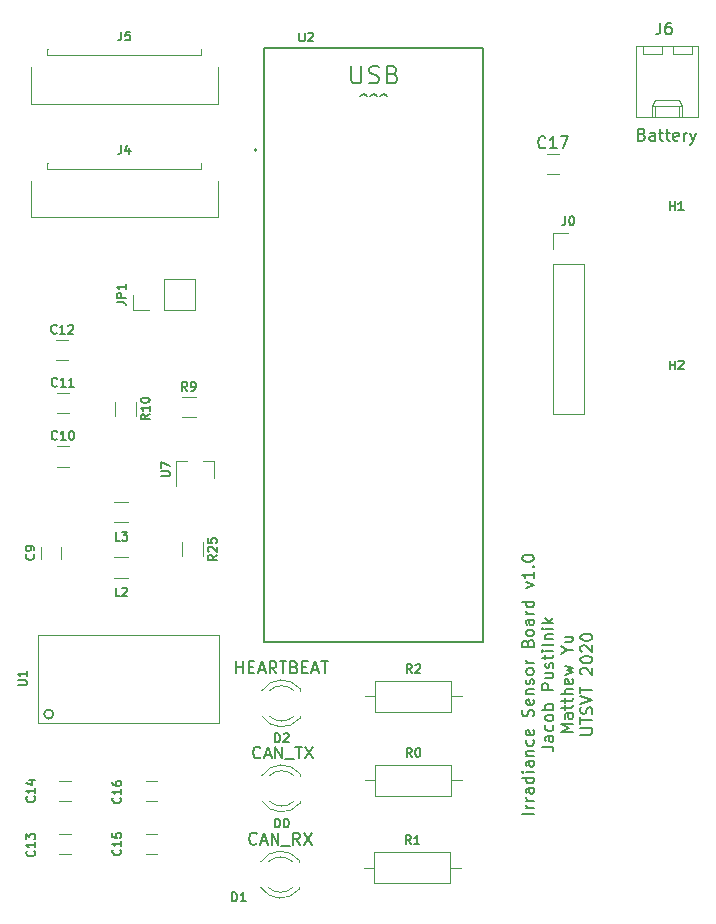
<source format=gbr>
%TF.GenerationSoftware,KiCad,Pcbnew,(5.1.6)-1*%
%TF.CreationDate,2021-01-17T16:19:00-06:00*%
%TF.ProjectId,irradiance1,69727261-6469-4616-9e63-65312e6b6963,rev?*%
%TF.SameCoordinates,Original*%
%TF.FileFunction,Legend,Top*%
%TF.FilePolarity,Positive*%
%FSLAX46Y46*%
G04 Gerber Fmt 4.6, Leading zero omitted, Abs format (unit mm)*
G04 Created by KiCad (PCBNEW (5.1.6)-1) date 2021-01-17 16:19:00*
%MOMM*%
%LPD*%
G01*
G04 APERTURE LIST*
%ADD10C,0.150000*%
%ADD11C,0.200000*%
%ADD12C,0.120000*%
%ADD13C,0.127000*%
%ADD14C,0.152400*%
G04 APERTURE END LIST*
D10*
X81128571Y-77428571D02*
X81271428Y-77476190D01*
X81319047Y-77523809D01*
X81366666Y-77619047D01*
X81366666Y-77761904D01*
X81319047Y-77857142D01*
X81271428Y-77904761D01*
X81176190Y-77952380D01*
X80795238Y-77952380D01*
X80795238Y-76952380D01*
X81128571Y-76952380D01*
X81223809Y-77000000D01*
X81271428Y-77047619D01*
X81319047Y-77142857D01*
X81319047Y-77238095D01*
X81271428Y-77333333D01*
X81223809Y-77380952D01*
X81128571Y-77428571D01*
X80795238Y-77428571D01*
X82223809Y-77952380D02*
X82223809Y-77428571D01*
X82176190Y-77333333D01*
X82080952Y-77285714D01*
X81890476Y-77285714D01*
X81795238Y-77333333D01*
X82223809Y-77904761D02*
X82128571Y-77952380D01*
X81890476Y-77952380D01*
X81795238Y-77904761D01*
X81747619Y-77809523D01*
X81747619Y-77714285D01*
X81795238Y-77619047D01*
X81890476Y-77571428D01*
X82128571Y-77571428D01*
X82223809Y-77523809D01*
X82557142Y-77285714D02*
X82938095Y-77285714D01*
X82700000Y-76952380D02*
X82700000Y-77809523D01*
X82747619Y-77904761D01*
X82842857Y-77952380D01*
X82938095Y-77952380D01*
X83128571Y-77285714D02*
X83509523Y-77285714D01*
X83271428Y-76952380D02*
X83271428Y-77809523D01*
X83319047Y-77904761D01*
X83414285Y-77952380D01*
X83509523Y-77952380D01*
X84223809Y-77904761D02*
X84128571Y-77952380D01*
X83938095Y-77952380D01*
X83842857Y-77904761D01*
X83795238Y-77809523D01*
X83795238Y-77428571D01*
X83842857Y-77333333D01*
X83938095Y-77285714D01*
X84128571Y-77285714D01*
X84223809Y-77333333D01*
X84271428Y-77428571D01*
X84271428Y-77523809D01*
X83795238Y-77619047D01*
X84700000Y-77952380D02*
X84700000Y-77285714D01*
X84700000Y-77476190D02*
X84747619Y-77380952D01*
X84795238Y-77333333D01*
X84890476Y-77285714D01*
X84985714Y-77285714D01*
X85223809Y-77285714D02*
X85461904Y-77952380D01*
X85700000Y-77285714D02*
X85461904Y-77952380D01*
X85366666Y-78190476D01*
X85319047Y-78238095D01*
X85223809Y-78285714D01*
X46790476Y-123052380D02*
X46790476Y-122052380D01*
X46790476Y-122528571D02*
X47361904Y-122528571D01*
X47361904Y-123052380D02*
X47361904Y-122052380D01*
X47838095Y-122528571D02*
X48171428Y-122528571D01*
X48314285Y-123052380D02*
X47838095Y-123052380D01*
X47838095Y-122052380D01*
X48314285Y-122052380D01*
X48695238Y-122766666D02*
X49171428Y-122766666D01*
X48600000Y-123052380D02*
X48933333Y-122052380D01*
X49266666Y-123052380D01*
X50171428Y-123052380D02*
X49838095Y-122576190D01*
X49600000Y-123052380D02*
X49600000Y-122052380D01*
X49980952Y-122052380D01*
X50076190Y-122100000D01*
X50123809Y-122147619D01*
X50171428Y-122242857D01*
X50171428Y-122385714D01*
X50123809Y-122480952D01*
X50076190Y-122528571D01*
X49980952Y-122576190D01*
X49600000Y-122576190D01*
X50457142Y-122052380D02*
X51028571Y-122052380D01*
X50742857Y-123052380D02*
X50742857Y-122052380D01*
X51695238Y-122528571D02*
X51838095Y-122576190D01*
X51885714Y-122623809D01*
X51933333Y-122719047D01*
X51933333Y-122861904D01*
X51885714Y-122957142D01*
X51838095Y-123004761D01*
X51742857Y-123052380D01*
X51361904Y-123052380D01*
X51361904Y-122052380D01*
X51695238Y-122052380D01*
X51790476Y-122100000D01*
X51838095Y-122147619D01*
X51885714Y-122242857D01*
X51885714Y-122338095D01*
X51838095Y-122433333D01*
X51790476Y-122480952D01*
X51695238Y-122528571D01*
X51361904Y-122528571D01*
X52361904Y-122528571D02*
X52695238Y-122528571D01*
X52838095Y-123052380D02*
X52361904Y-123052380D01*
X52361904Y-122052380D01*
X52838095Y-122052380D01*
X53219047Y-122766666D02*
X53695238Y-122766666D01*
X53123809Y-123052380D02*
X53457142Y-122052380D01*
X53790476Y-123052380D01*
X53980952Y-122052380D02*
X54552380Y-122052380D01*
X54266666Y-123052380D02*
X54266666Y-122052380D01*
X48819047Y-130157142D02*
X48771428Y-130204761D01*
X48628571Y-130252380D01*
X48533333Y-130252380D01*
X48390476Y-130204761D01*
X48295238Y-130109523D01*
X48247619Y-130014285D01*
X48200000Y-129823809D01*
X48200000Y-129680952D01*
X48247619Y-129490476D01*
X48295238Y-129395238D01*
X48390476Y-129300000D01*
X48533333Y-129252380D01*
X48628571Y-129252380D01*
X48771428Y-129300000D01*
X48819047Y-129347619D01*
X49200000Y-129966666D02*
X49676190Y-129966666D01*
X49104761Y-130252380D02*
X49438095Y-129252380D01*
X49771428Y-130252380D01*
X50104761Y-130252380D02*
X50104761Y-129252380D01*
X50676190Y-130252380D01*
X50676190Y-129252380D01*
X50914285Y-130347619D02*
X51676190Y-130347619D01*
X51771428Y-129252380D02*
X52342857Y-129252380D01*
X52057142Y-130252380D02*
X52057142Y-129252380D01*
X52580952Y-129252380D02*
X53247619Y-130252380D01*
X53247619Y-129252380D02*
X52580952Y-130252380D01*
X48500000Y-137457142D02*
X48452380Y-137504761D01*
X48309523Y-137552380D01*
X48214285Y-137552380D01*
X48071428Y-137504761D01*
X47976190Y-137409523D01*
X47928571Y-137314285D01*
X47880952Y-137123809D01*
X47880952Y-136980952D01*
X47928571Y-136790476D01*
X47976190Y-136695238D01*
X48071428Y-136600000D01*
X48214285Y-136552380D01*
X48309523Y-136552380D01*
X48452380Y-136600000D01*
X48500000Y-136647619D01*
X48880952Y-137266666D02*
X49357142Y-137266666D01*
X48785714Y-137552380D02*
X49119047Y-136552380D01*
X49452380Y-137552380D01*
X49785714Y-137552380D02*
X49785714Y-136552380D01*
X50357142Y-137552380D01*
X50357142Y-136552380D01*
X50595238Y-137647619D02*
X51357142Y-137647619D01*
X52166666Y-137552380D02*
X51833333Y-137076190D01*
X51595238Y-137552380D02*
X51595238Y-136552380D01*
X51976190Y-136552380D01*
X52071428Y-136600000D01*
X52119047Y-136647619D01*
X52166666Y-136742857D01*
X52166666Y-136885714D01*
X52119047Y-136980952D01*
X52071428Y-137028571D01*
X51976190Y-137076190D01*
X51595238Y-137076190D01*
X52500000Y-136552380D02*
X53166666Y-137552380D01*
X53166666Y-136552380D02*
X52500000Y-137552380D01*
X71977380Y-134928571D02*
X70977380Y-134928571D01*
X71977380Y-134452380D02*
X71310714Y-134452380D01*
X71501190Y-134452380D02*
X71405952Y-134404761D01*
X71358333Y-134357142D01*
X71310714Y-134261904D01*
X71310714Y-134166666D01*
X71977380Y-133833333D02*
X71310714Y-133833333D01*
X71501190Y-133833333D02*
X71405952Y-133785714D01*
X71358333Y-133738095D01*
X71310714Y-133642857D01*
X71310714Y-133547619D01*
X71977380Y-132785714D02*
X71453571Y-132785714D01*
X71358333Y-132833333D01*
X71310714Y-132928571D01*
X71310714Y-133119047D01*
X71358333Y-133214285D01*
X71929761Y-132785714D02*
X71977380Y-132880952D01*
X71977380Y-133119047D01*
X71929761Y-133214285D01*
X71834523Y-133261904D01*
X71739285Y-133261904D01*
X71644047Y-133214285D01*
X71596428Y-133119047D01*
X71596428Y-132880952D01*
X71548809Y-132785714D01*
X71977380Y-131880952D02*
X70977380Y-131880952D01*
X71929761Y-131880952D02*
X71977380Y-131976190D01*
X71977380Y-132166666D01*
X71929761Y-132261904D01*
X71882142Y-132309523D01*
X71786904Y-132357142D01*
X71501190Y-132357142D01*
X71405952Y-132309523D01*
X71358333Y-132261904D01*
X71310714Y-132166666D01*
X71310714Y-131976190D01*
X71358333Y-131880952D01*
X71977380Y-131404761D02*
X71310714Y-131404761D01*
X70977380Y-131404761D02*
X71025000Y-131452380D01*
X71072619Y-131404761D01*
X71025000Y-131357142D01*
X70977380Y-131404761D01*
X71072619Y-131404761D01*
X71977380Y-130500000D02*
X71453571Y-130500000D01*
X71358333Y-130547619D01*
X71310714Y-130642857D01*
X71310714Y-130833333D01*
X71358333Y-130928571D01*
X71929761Y-130500000D02*
X71977380Y-130595238D01*
X71977380Y-130833333D01*
X71929761Y-130928571D01*
X71834523Y-130976190D01*
X71739285Y-130976190D01*
X71644047Y-130928571D01*
X71596428Y-130833333D01*
X71596428Y-130595238D01*
X71548809Y-130500000D01*
X71310714Y-130023809D02*
X71977380Y-130023809D01*
X71405952Y-130023809D02*
X71358333Y-129976190D01*
X71310714Y-129880952D01*
X71310714Y-129738095D01*
X71358333Y-129642857D01*
X71453571Y-129595238D01*
X71977380Y-129595238D01*
X71929761Y-128690476D02*
X71977380Y-128785714D01*
X71977380Y-128976190D01*
X71929761Y-129071428D01*
X71882142Y-129119047D01*
X71786904Y-129166666D01*
X71501190Y-129166666D01*
X71405952Y-129119047D01*
X71358333Y-129071428D01*
X71310714Y-128976190D01*
X71310714Y-128785714D01*
X71358333Y-128690476D01*
X71929761Y-127880952D02*
X71977380Y-127976190D01*
X71977380Y-128166666D01*
X71929761Y-128261904D01*
X71834523Y-128309523D01*
X71453571Y-128309523D01*
X71358333Y-128261904D01*
X71310714Y-128166666D01*
X71310714Y-127976190D01*
X71358333Y-127880952D01*
X71453571Y-127833333D01*
X71548809Y-127833333D01*
X71644047Y-128309523D01*
X71929761Y-126690476D02*
X71977380Y-126547619D01*
X71977380Y-126309523D01*
X71929761Y-126214285D01*
X71882142Y-126166666D01*
X71786904Y-126119047D01*
X71691666Y-126119047D01*
X71596428Y-126166666D01*
X71548809Y-126214285D01*
X71501190Y-126309523D01*
X71453571Y-126500000D01*
X71405952Y-126595238D01*
X71358333Y-126642857D01*
X71263095Y-126690476D01*
X71167857Y-126690476D01*
X71072619Y-126642857D01*
X71025000Y-126595238D01*
X70977380Y-126500000D01*
X70977380Y-126261904D01*
X71025000Y-126119047D01*
X71929761Y-125309523D02*
X71977380Y-125404761D01*
X71977380Y-125595238D01*
X71929761Y-125690476D01*
X71834523Y-125738095D01*
X71453571Y-125738095D01*
X71358333Y-125690476D01*
X71310714Y-125595238D01*
X71310714Y-125404761D01*
X71358333Y-125309523D01*
X71453571Y-125261904D01*
X71548809Y-125261904D01*
X71644047Y-125738095D01*
X71310714Y-124833333D02*
X71977380Y-124833333D01*
X71405952Y-124833333D02*
X71358333Y-124785714D01*
X71310714Y-124690476D01*
X71310714Y-124547619D01*
X71358333Y-124452380D01*
X71453571Y-124404761D01*
X71977380Y-124404761D01*
X71929761Y-123976190D02*
X71977380Y-123880952D01*
X71977380Y-123690476D01*
X71929761Y-123595238D01*
X71834523Y-123547619D01*
X71786904Y-123547619D01*
X71691666Y-123595238D01*
X71644047Y-123690476D01*
X71644047Y-123833333D01*
X71596428Y-123928571D01*
X71501190Y-123976190D01*
X71453571Y-123976190D01*
X71358333Y-123928571D01*
X71310714Y-123833333D01*
X71310714Y-123690476D01*
X71358333Y-123595238D01*
X71977380Y-122976190D02*
X71929761Y-123071428D01*
X71882142Y-123119047D01*
X71786904Y-123166666D01*
X71501190Y-123166666D01*
X71405952Y-123119047D01*
X71358333Y-123071428D01*
X71310714Y-122976190D01*
X71310714Y-122833333D01*
X71358333Y-122738095D01*
X71405952Y-122690476D01*
X71501190Y-122642857D01*
X71786904Y-122642857D01*
X71882142Y-122690476D01*
X71929761Y-122738095D01*
X71977380Y-122833333D01*
X71977380Y-122976190D01*
X71977380Y-122214285D02*
X71310714Y-122214285D01*
X71501190Y-122214285D02*
X71405952Y-122166666D01*
X71358333Y-122119047D01*
X71310714Y-122023809D01*
X71310714Y-121928571D01*
X71453571Y-120500000D02*
X71501190Y-120357142D01*
X71548809Y-120309523D01*
X71644047Y-120261904D01*
X71786904Y-120261904D01*
X71882142Y-120309523D01*
X71929761Y-120357142D01*
X71977380Y-120452380D01*
X71977380Y-120833333D01*
X70977380Y-120833333D01*
X70977380Y-120500000D01*
X71025000Y-120404761D01*
X71072619Y-120357142D01*
X71167857Y-120309523D01*
X71263095Y-120309523D01*
X71358333Y-120357142D01*
X71405952Y-120404761D01*
X71453571Y-120500000D01*
X71453571Y-120833333D01*
X71977380Y-119690476D02*
X71929761Y-119785714D01*
X71882142Y-119833333D01*
X71786904Y-119880952D01*
X71501190Y-119880952D01*
X71405952Y-119833333D01*
X71358333Y-119785714D01*
X71310714Y-119690476D01*
X71310714Y-119547619D01*
X71358333Y-119452380D01*
X71405952Y-119404761D01*
X71501190Y-119357142D01*
X71786904Y-119357142D01*
X71882142Y-119404761D01*
X71929761Y-119452380D01*
X71977380Y-119547619D01*
X71977380Y-119690476D01*
X71977380Y-118500000D02*
X71453571Y-118500000D01*
X71358333Y-118547619D01*
X71310714Y-118642857D01*
X71310714Y-118833333D01*
X71358333Y-118928571D01*
X71929761Y-118500000D02*
X71977380Y-118595238D01*
X71977380Y-118833333D01*
X71929761Y-118928571D01*
X71834523Y-118976190D01*
X71739285Y-118976190D01*
X71644047Y-118928571D01*
X71596428Y-118833333D01*
X71596428Y-118595238D01*
X71548809Y-118500000D01*
X71977380Y-118023809D02*
X71310714Y-118023809D01*
X71501190Y-118023809D02*
X71405952Y-117976190D01*
X71358333Y-117928571D01*
X71310714Y-117833333D01*
X71310714Y-117738095D01*
X71977380Y-116976190D02*
X70977380Y-116976190D01*
X71929761Y-116976190D02*
X71977380Y-117071428D01*
X71977380Y-117261904D01*
X71929761Y-117357142D01*
X71882142Y-117404761D01*
X71786904Y-117452380D01*
X71501190Y-117452380D01*
X71405952Y-117404761D01*
X71358333Y-117357142D01*
X71310714Y-117261904D01*
X71310714Y-117071428D01*
X71358333Y-116976190D01*
X71310714Y-115833333D02*
X71977380Y-115595238D01*
X71310714Y-115357142D01*
X71977380Y-114452380D02*
X71977380Y-115023809D01*
X71977380Y-114738095D02*
X70977380Y-114738095D01*
X71120238Y-114833333D01*
X71215476Y-114928571D01*
X71263095Y-115023809D01*
X71882142Y-114023809D02*
X71929761Y-113976190D01*
X71977380Y-114023809D01*
X71929761Y-114071428D01*
X71882142Y-114023809D01*
X71977380Y-114023809D01*
X70977380Y-113357142D02*
X70977380Y-113261904D01*
X71025000Y-113166666D01*
X71072619Y-113119047D01*
X71167857Y-113071428D01*
X71358333Y-113023809D01*
X71596428Y-113023809D01*
X71786904Y-113071428D01*
X71882142Y-113119047D01*
X71929761Y-113166666D01*
X71977380Y-113261904D01*
X71977380Y-113357142D01*
X71929761Y-113452380D01*
X71882142Y-113500000D01*
X71786904Y-113547619D01*
X71596428Y-113595238D01*
X71358333Y-113595238D01*
X71167857Y-113547619D01*
X71072619Y-113500000D01*
X71025000Y-113452380D01*
X70977380Y-113357142D01*
X72627380Y-129261904D02*
X73341666Y-129261904D01*
X73484523Y-129309523D01*
X73579761Y-129404761D01*
X73627380Y-129547619D01*
X73627380Y-129642857D01*
X73627380Y-128357142D02*
X73103571Y-128357142D01*
X73008333Y-128404761D01*
X72960714Y-128500000D01*
X72960714Y-128690476D01*
X73008333Y-128785714D01*
X73579761Y-128357142D02*
X73627380Y-128452380D01*
X73627380Y-128690476D01*
X73579761Y-128785714D01*
X73484523Y-128833333D01*
X73389285Y-128833333D01*
X73294047Y-128785714D01*
X73246428Y-128690476D01*
X73246428Y-128452380D01*
X73198809Y-128357142D01*
X73579761Y-127452380D02*
X73627380Y-127547619D01*
X73627380Y-127738095D01*
X73579761Y-127833333D01*
X73532142Y-127880952D01*
X73436904Y-127928571D01*
X73151190Y-127928571D01*
X73055952Y-127880952D01*
X73008333Y-127833333D01*
X72960714Y-127738095D01*
X72960714Y-127547619D01*
X73008333Y-127452380D01*
X73627380Y-126880952D02*
X73579761Y-126976190D01*
X73532142Y-127023809D01*
X73436904Y-127071428D01*
X73151190Y-127071428D01*
X73055952Y-127023809D01*
X73008333Y-126976190D01*
X72960714Y-126880952D01*
X72960714Y-126738095D01*
X73008333Y-126642857D01*
X73055952Y-126595238D01*
X73151190Y-126547619D01*
X73436904Y-126547619D01*
X73532142Y-126595238D01*
X73579761Y-126642857D01*
X73627380Y-126738095D01*
X73627380Y-126880952D01*
X73627380Y-126119047D02*
X72627380Y-126119047D01*
X73008333Y-126119047D02*
X72960714Y-126023809D01*
X72960714Y-125833333D01*
X73008333Y-125738095D01*
X73055952Y-125690476D01*
X73151190Y-125642857D01*
X73436904Y-125642857D01*
X73532142Y-125690476D01*
X73579761Y-125738095D01*
X73627380Y-125833333D01*
X73627380Y-126023809D01*
X73579761Y-126119047D01*
X73627380Y-124452380D02*
X72627380Y-124452380D01*
X72627380Y-124071428D01*
X72675000Y-123976190D01*
X72722619Y-123928571D01*
X72817857Y-123880952D01*
X72960714Y-123880952D01*
X73055952Y-123928571D01*
X73103571Y-123976190D01*
X73151190Y-124071428D01*
X73151190Y-124452380D01*
X72960714Y-123023809D02*
X73627380Y-123023809D01*
X72960714Y-123452380D02*
X73484523Y-123452380D01*
X73579761Y-123404761D01*
X73627380Y-123309523D01*
X73627380Y-123166666D01*
X73579761Y-123071428D01*
X73532142Y-123023809D01*
X73579761Y-122595238D02*
X73627380Y-122500000D01*
X73627380Y-122309523D01*
X73579761Y-122214285D01*
X73484523Y-122166666D01*
X73436904Y-122166666D01*
X73341666Y-122214285D01*
X73294047Y-122309523D01*
X73294047Y-122452380D01*
X73246428Y-122547619D01*
X73151190Y-122595238D01*
X73103571Y-122595238D01*
X73008333Y-122547619D01*
X72960714Y-122452380D01*
X72960714Y-122309523D01*
X73008333Y-122214285D01*
X72960714Y-121880952D02*
X72960714Y-121500000D01*
X72627380Y-121738095D02*
X73484523Y-121738095D01*
X73579761Y-121690476D01*
X73627380Y-121595238D01*
X73627380Y-121500000D01*
X73627380Y-121166666D02*
X72960714Y-121166666D01*
X72627380Y-121166666D02*
X72675000Y-121214285D01*
X72722619Y-121166666D01*
X72675000Y-121119047D01*
X72627380Y-121166666D01*
X72722619Y-121166666D01*
X73627380Y-120547619D02*
X73579761Y-120642857D01*
X73484523Y-120690476D01*
X72627380Y-120690476D01*
X72960714Y-120166666D02*
X73627380Y-120166666D01*
X73055952Y-120166666D02*
X73008333Y-120119047D01*
X72960714Y-120023809D01*
X72960714Y-119880952D01*
X73008333Y-119785714D01*
X73103571Y-119738095D01*
X73627380Y-119738095D01*
X73627380Y-119261904D02*
X72960714Y-119261904D01*
X72627380Y-119261904D02*
X72675000Y-119309523D01*
X72722619Y-119261904D01*
X72675000Y-119214285D01*
X72627380Y-119261904D01*
X72722619Y-119261904D01*
X73627380Y-118785714D02*
X72627380Y-118785714D01*
X73246428Y-118690476D02*
X73627380Y-118404761D01*
X72960714Y-118404761D02*
X73341666Y-118785714D01*
X75277380Y-128023809D02*
X74277380Y-128023809D01*
X74991666Y-127690476D01*
X74277380Y-127357142D01*
X75277380Y-127357142D01*
X75277380Y-126452380D02*
X74753571Y-126452380D01*
X74658333Y-126500000D01*
X74610714Y-126595238D01*
X74610714Y-126785714D01*
X74658333Y-126880952D01*
X75229761Y-126452380D02*
X75277380Y-126547619D01*
X75277380Y-126785714D01*
X75229761Y-126880952D01*
X75134523Y-126928571D01*
X75039285Y-126928571D01*
X74944047Y-126880952D01*
X74896428Y-126785714D01*
X74896428Y-126547619D01*
X74848809Y-126452380D01*
X74610714Y-126119047D02*
X74610714Y-125738095D01*
X74277380Y-125976190D02*
X75134523Y-125976190D01*
X75229761Y-125928571D01*
X75277380Y-125833333D01*
X75277380Y-125738095D01*
X74610714Y-125547619D02*
X74610714Y-125166666D01*
X74277380Y-125404761D02*
X75134523Y-125404761D01*
X75229761Y-125357142D01*
X75277380Y-125261904D01*
X75277380Y-125166666D01*
X75277380Y-124833333D02*
X74277380Y-124833333D01*
X75277380Y-124404761D02*
X74753571Y-124404761D01*
X74658333Y-124452380D01*
X74610714Y-124547619D01*
X74610714Y-124690476D01*
X74658333Y-124785714D01*
X74705952Y-124833333D01*
X75229761Y-123547619D02*
X75277380Y-123642857D01*
X75277380Y-123833333D01*
X75229761Y-123928571D01*
X75134523Y-123976190D01*
X74753571Y-123976190D01*
X74658333Y-123928571D01*
X74610714Y-123833333D01*
X74610714Y-123642857D01*
X74658333Y-123547619D01*
X74753571Y-123500000D01*
X74848809Y-123500000D01*
X74944047Y-123976190D01*
X74610714Y-123166666D02*
X75277380Y-122976190D01*
X74801190Y-122785714D01*
X75277380Y-122595238D01*
X74610714Y-122404761D01*
X74801190Y-121071428D02*
X75277380Y-121071428D01*
X74277380Y-121404761D02*
X74801190Y-121071428D01*
X74277380Y-120738095D01*
X74610714Y-119976190D02*
X75277380Y-119976190D01*
X74610714Y-120404761D02*
X75134523Y-120404761D01*
X75229761Y-120357142D01*
X75277380Y-120261904D01*
X75277380Y-120119047D01*
X75229761Y-120023809D01*
X75182142Y-119976190D01*
X75927380Y-128238095D02*
X76736904Y-128238095D01*
X76832142Y-128190476D01*
X76879761Y-128142857D01*
X76927380Y-128047619D01*
X76927380Y-127857142D01*
X76879761Y-127761904D01*
X76832142Y-127714285D01*
X76736904Y-127666666D01*
X75927380Y-127666666D01*
X75927380Y-127333333D02*
X75927380Y-126761904D01*
X76927380Y-127047619D02*
X75927380Y-127047619D01*
X76879761Y-126476190D02*
X76927380Y-126333333D01*
X76927380Y-126095238D01*
X76879761Y-126000000D01*
X76832142Y-125952380D01*
X76736904Y-125904761D01*
X76641666Y-125904761D01*
X76546428Y-125952380D01*
X76498809Y-126000000D01*
X76451190Y-126095238D01*
X76403571Y-126285714D01*
X76355952Y-126380952D01*
X76308333Y-126428571D01*
X76213095Y-126476190D01*
X76117857Y-126476190D01*
X76022619Y-126428571D01*
X75975000Y-126380952D01*
X75927380Y-126285714D01*
X75927380Y-126047619D01*
X75975000Y-125904761D01*
X75927380Y-125619047D02*
X76927380Y-125285714D01*
X75927380Y-124952380D01*
X75927380Y-124761904D02*
X75927380Y-124190476D01*
X76927380Y-124476190D02*
X75927380Y-124476190D01*
X76022619Y-123142857D02*
X75975000Y-123095238D01*
X75927380Y-123000000D01*
X75927380Y-122761904D01*
X75975000Y-122666666D01*
X76022619Y-122619047D01*
X76117857Y-122571428D01*
X76213095Y-122571428D01*
X76355952Y-122619047D01*
X76927380Y-123190476D01*
X76927380Y-122571428D01*
X75927380Y-121952380D02*
X75927380Y-121857142D01*
X75975000Y-121761904D01*
X76022619Y-121714285D01*
X76117857Y-121666666D01*
X76308333Y-121619047D01*
X76546428Y-121619047D01*
X76736904Y-121666666D01*
X76832142Y-121714285D01*
X76879761Y-121761904D01*
X76927380Y-121857142D01*
X76927380Y-121952380D01*
X76879761Y-122047619D01*
X76832142Y-122095238D01*
X76736904Y-122142857D01*
X76546428Y-122190476D01*
X76308333Y-122190476D01*
X76117857Y-122142857D01*
X76022619Y-122095238D01*
X75975000Y-122047619D01*
X75927380Y-121952380D01*
X76022619Y-121238095D02*
X75975000Y-121190476D01*
X75927380Y-121095238D01*
X75927380Y-120857142D01*
X75975000Y-120761904D01*
X76022619Y-120714285D01*
X76117857Y-120666666D01*
X76213095Y-120666666D01*
X76355952Y-120714285D01*
X76927380Y-121285714D01*
X76927380Y-120666666D01*
X75927380Y-120047619D02*
X75927380Y-119952380D01*
X75975000Y-119857142D01*
X76022619Y-119809523D01*
X76117857Y-119761904D01*
X76308333Y-119714285D01*
X76546428Y-119714285D01*
X76736904Y-119761904D01*
X76832142Y-119809523D01*
X76879761Y-119857142D01*
X76927380Y-119952380D01*
X76927380Y-120047619D01*
X76879761Y-120142857D01*
X76832142Y-120190476D01*
X76736904Y-120238095D01*
X76546428Y-120285714D01*
X76308333Y-120285714D01*
X76117857Y-120238095D01*
X76022619Y-120190476D01*
X75975000Y-120142857D01*
X75927380Y-120047619D01*
D11*
X56527142Y-71613571D02*
X56527142Y-72827857D01*
X56598571Y-72970714D01*
X56670000Y-73042142D01*
X56812857Y-73113571D01*
X57098571Y-73113571D01*
X57241428Y-73042142D01*
X57312857Y-72970714D01*
X57384285Y-72827857D01*
X57384285Y-71613571D01*
X58027142Y-73042142D02*
X58241428Y-73113571D01*
X58598571Y-73113571D01*
X58741428Y-73042142D01*
X58812857Y-72970714D01*
X58884285Y-72827857D01*
X58884285Y-72685000D01*
X58812857Y-72542142D01*
X58741428Y-72470714D01*
X58598571Y-72399285D01*
X58312857Y-72327857D01*
X58170000Y-72256428D01*
X58098571Y-72185000D01*
X58027142Y-72042142D01*
X58027142Y-71899285D01*
X58098571Y-71756428D01*
X58170000Y-71685000D01*
X58312857Y-71613571D01*
X58670000Y-71613571D01*
X58884285Y-71685000D01*
X60027142Y-72327857D02*
X60241428Y-72399285D01*
X60312857Y-72470714D01*
X60384285Y-72613571D01*
X60384285Y-72827857D01*
X60312857Y-72970714D01*
X60241428Y-73042142D01*
X60098571Y-73113571D01*
X59527142Y-73113571D01*
X59527142Y-71613571D01*
X60027142Y-71613571D01*
X60170000Y-71685000D01*
X60241428Y-71756428D01*
X60312857Y-71899285D01*
X60312857Y-72042142D01*
X60241428Y-72185000D01*
X60170000Y-72256428D01*
X60027142Y-72327857D01*
X59527142Y-72327857D01*
X57277142Y-74206428D02*
X57562857Y-73992142D01*
X57848571Y-74206428D01*
X58134285Y-74206428D02*
X58420000Y-73992142D01*
X58705714Y-74206428D01*
X58991428Y-74206428D02*
X59277142Y-73992142D01*
X59562857Y-74206428D01*
D12*
%TO.C,C17*%
X74100000Y-79050000D02*
X73100000Y-79050000D01*
X73100000Y-80750000D02*
X74100000Y-80750000D01*
%TO.C,J6*%
X85340000Y-70600000D02*
X85340000Y-69980000D01*
X83740000Y-70600000D02*
X85340000Y-70600000D01*
X83740000Y-69980000D02*
X83740000Y-70600000D01*
X82800000Y-70600000D02*
X82800000Y-69980000D01*
X81200000Y-70600000D02*
X82800000Y-70600000D01*
X81200000Y-69980000D02*
X81200000Y-70600000D01*
X84290000Y-75980000D02*
X84290000Y-74980000D01*
X82250000Y-75980000D02*
X82250000Y-74980000D01*
X84290000Y-74550000D02*
X84540000Y-74980000D01*
X82250000Y-74550000D02*
X84290000Y-74550000D01*
X82000000Y-74980000D02*
X82250000Y-74550000D01*
X84540000Y-74980000D02*
X84540000Y-75980000D01*
X82000000Y-74980000D02*
X84540000Y-74980000D01*
X82000000Y-75980000D02*
X82000000Y-74980000D01*
X85910000Y-69980000D02*
X80630000Y-69980000D01*
X85910000Y-75980000D02*
X85910000Y-69980000D01*
X80630000Y-75980000D02*
X85910000Y-75980000D01*
X80630000Y-69980000D02*
X80630000Y-75980000D01*
%TO.C,JP1*%
X43270000Y-92330000D02*
X43270000Y-89670000D01*
X40670000Y-92330000D02*
X43270000Y-92330000D01*
X40670000Y-89670000D02*
X43270000Y-89670000D01*
X40670000Y-92330000D02*
X40670000Y-89670000D01*
X39400000Y-92330000D02*
X38070000Y-92330000D01*
X38070000Y-92330000D02*
X38070000Y-91000000D01*
%TO.C,J0*%
X73570000Y-101130000D02*
X76230000Y-101130000D01*
X73570000Y-88370000D02*
X73570000Y-101130000D01*
X76230000Y-88370000D02*
X76230000Y-101130000D01*
X73570000Y-88370000D02*
X76230000Y-88370000D01*
X73570000Y-87100000D02*
X73570000Y-85770000D01*
X73570000Y-85770000D02*
X74900000Y-85770000D01*
D11*
%TO.C,U2*%
X48520000Y-78750000D02*
G75*
G03*
X48520000Y-78750000I-100000J0D01*
G01*
D13*
X67690000Y-120395000D02*
X49150000Y-120395000D01*
X67690000Y-70105000D02*
X67690000Y-120395000D01*
X49150000Y-120395000D02*
X49150000Y-70105000D01*
X49150000Y-70105000D02*
X67690000Y-70105000D01*
D12*
%TO.C,U7*%
X44880000Y-105040000D02*
X44880000Y-106500000D01*
X41720000Y-105040000D02*
X41720000Y-107200000D01*
X41720000Y-105040000D02*
X42650000Y-105040000D01*
X44880000Y-105040000D02*
X43950000Y-105040000D01*
%TO.C,U1*%
X45300000Y-127300000D02*
X30000000Y-127300000D01*
X30000000Y-119800000D02*
X45300000Y-119800000D01*
X45300000Y-127300000D02*
X45300000Y-119800000D01*
X30000000Y-127300000D02*
X30000000Y-119800000D01*
D14*
X31285691Y-126500000D02*
G75*
G03*
X31285691Y-126500000I-385691J0D01*
G01*
D12*
%TO.C,R25*%
X43980000Y-111950000D02*
X43980000Y-113150000D01*
X42220000Y-113150000D02*
X42220000Y-111950000D01*
%TO.C,R10*%
X38280000Y-100050000D02*
X38280000Y-101250000D01*
X36520000Y-101250000D02*
X36520000Y-100050000D01*
%TO.C,R9*%
X42150000Y-99620000D02*
X43350000Y-99620000D01*
X43350000Y-101380000D02*
X42150000Y-101380000D01*
%TO.C,R2*%
X65880000Y-125000000D02*
X64990000Y-125000000D01*
X57680000Y-125000000D02*
X58570000Y-125000000D01*
X64990000Y-123690000D02*
X58570000Y-123690000D01*
X64990000Y-126310000D02*
X64990000Y-123690000D01*
X58570000Y-126310000D02*
X64990000Y-126310000D01*
X58570000Y-123690000D02*
X58570000Y-126310000D01*
%TO.C,R1*%
X65780000Y-139500000D02*
X64890000Y-139500000D01*
X57580000Y-139500000D02*
X58470000Y-139500000D01*
X64890000Y-138190000D02*
X58470000Y-138190000D01*
X64890000Y-140810000D02*
X64890000Y-138190000D01*
X58470000Y-140810000D02*
X64890000Y-140810000D01*
X58470000Y-138190000D02*
X58470000Y-140810000D01*
%TO.C,R0*%
X65880000Y-132100000D02*
X64990000Y-132100000D01*
X57680000Y-132100000D02*
X58570000Y-132100000D01*
X64990000Y-130790000D02*
X58570000Y-130790000D01*
X64990000Y-133410000D02*
X64990000Y-130790000D01*
X58570000Y-133410000D02*
X64990000Y-133410000D01*
X58570000Y-130790000D02*
X58570000Y-133410000D01*
%TO.C,L3*%
X37650000Y-110280000D02*
X36450000Y-110280000D01*
X36450000Y-108520000D02*
X37650000Y-108520000D01*
%TO.C,L2*%
X37650000Y-114980000D02*
X36450000Y-114980000D01*
X36450000Y-113220000D02*
X37650000Y-113220000D01*
%TO.C,J5*%
X29365000Y-71735000D02*
X29365000Y-74810000D01*
X29365000Y-74810000D02*
X45235000Y-74810000D01*
X45235000Y-74810000D02*
X45235000Y-71735000D01*
X30805000Y-70220000D02*
X30785000Y-70220000D01*
X30785000Y-70220000D02*
X30785000Y-70720000D01*
X30785000Y-70720000D02*
X43815000Y-70720000D01*
X43815000Y-70720000D02*
X43815000Y-70220000D01*
X43815000Y-70220000D02*
X43795000Y-70220000D01*
%TO.C,J4*%
X29365000Y-81335000D02*
X29365000Y-84410000D01*
X29365000Y-84410000D02*
X45235000Y-84410000D01*
X45235000Y-84410000D02*
X45235000Y-81335000D01*
X30805000Y-79820000D02*
X30785000Y-79820000D01*
X30785000Y-79820000D02*
X30785000Y-80320000D01*
X30785000Y-80320000D02*
X43815000Y-80320000D01*
X43815000Y-80320000D02*
X43815000Y-79820000D01*
X43815000Y-79820000D02*
X43795000Y-79820000D01*
%TO.C,D2*%
X52190000Y-124520000D02*
X52190000Y-124364000D01*
X52190000Y-126836000D02*
X52190000Y-126680000D01*
X48957665Y-126678608D02*
G75*
G03*
X52190000Y-126835516I1672335J1078608D01*
G01*
X48957665Y-124521392D02*
G75*
G02*
X52190000Y-124364484I1672335J-1078608D01*
G01*
X49588870Y-126679837D02*
G75*
G03*
X51670961Y-126680000I1041130J1079837D01*
G01*
X49588870Y-124520163D02*
G75*
G02*
X51670961Y-124520000I1041130J-1079837D01*
G01*
%TO.C,D1*%
X52090000Y-139020000D02*
X52090000Y-138864000D01*
X52090000Y-141336000D02*
X52090000Y-141180000D01*
X48857665Y-141178608D02*
G75*
G03*
X52090000Y-141335516I1672335J1078608D01*
G01*
X48857665Y-139021392D02*
G75*
G02*
X52090000Y-138864484I1672335J-1078608D01*
G01*
X49488870Y-141179837D02*
G75*
G03*
X51570961Y-141180000I1041130J1079837D01*
G01*
X49488870Y-139020163D02*
G75*
G02*
X51570961Y-139020000I1041130J-1079837D01*
G01*
%TO.C,D0*%
X52190000Y-131720000D02*
X52190000Y-131564000D01*
X52190000Y-134036000D02*
X52190000Y-133880000D01*
X48957665Y-133878608D02*
G75*
G03*
X52190000Y-134035516I1672335J1078608D01*
G01*
X48957665Y-131721392D02*
G75*
G02*
X52190000Y-131564484I1672335J-1078608D01*
G01*
X49588870Y-133879837D02*
G75*
G03*
X51670961Y-133880000I1041130J1079837D01*
G01*
X49588870Y-131720163D02*
G75*
G02*
X51670961Y-131720000I1041130J-1079837D01*
G01*
%TO.C,C16*%
X39100000Y-133850000D02*
X40100000Y-133850000D01*
X40100000Y-132150000D02*
X39100000Y-132150000D01*
%TO.C,C15*%
X39100000Y-138350000D02*
X40100000Y-138350000D01*
X40100000Y-136650000D02*
X39100000Y-136650000D01*
%TO.C,C14*%
X32800000Y-132150000D02*
X31800000Y-132150000D01*
X31800000Y-133850000D02*
X32800000Y-133850000D01*
%TO.C,C13*%
X32800000Y-136650000D02*
X31800000Y-136650000D01*
X31800000Y-138350000D02*
X32800000Y-138350000D01*
%TO.C,C12*%
X31550000Y-96550000D02*
X32550000Y-96550000D01*
X32550000Y-94850000D02*
X31550000Y-94850000D01*
%TO.C,C11*%
X31600000Y-101050000D02*
X32600000Y-101050000D01*
X32600000Y-99350000D02*
X31600000Y-99350000D01*
%TO.C,C10*%
X31600000Y-105550000D02*
X32600000Y-105550000D01*
X32600000Y-103850000D02*
X31600000Y-103850000D01*
%TO.C,C9*%
X31950000Y-113350000D02*
X31950000Y-112350000D01*
X30250000Y-112350000D02*
X30250000Y-113350000D01*
%TO.C,C17*%
D10*
X72957142Y-78507142D02*
X72909523Y-78554761D01*
X72766666Y-78602380D01*
X72671428Y-78602380D01*
X72528571Y-78554761D01*
X72433333Y-78459523D01*
X72385714Y-78364285D01*
X72338095Y-78173809D01*
X72338095Y-78030952D01*
X72385714Y-77840476D01*
X72433333Y-77745238D01*
X72528571Y-77650000D01*
X72671428Y-77602380D01*
X72766666Y-77602380D01*
X72909523Y-77650000D01*
X72957142Y-77697619D01*
X73909523Y-78602380D02*
X73338095Y-78602380D01*
X73623809Y-78602380D02*
X73623809Y-77602380D01*
X73528571Y-77745238D01*
X73433333Y-77840476D01*
X73338095Y-77888095D01*
X74242857Y-77602380D02*
X74909523Y-77602380D01*
X74480952Y-78602380D01*
%TO.C,J6*%
X82666666Y-67952380D02*
X82666666Y-68666666D01*
X82619047Y-68809523D01*
X82523809Y-68904761D01*
X82380952Y-68952380D01*
X82285714Y-68952380D01*
X83571428Y-67952380D02*
X83380952Y-67952380D01*
X83285714Y-68000000D01*
X83238095Y-68047619D01*
X83142857Y-68190476D01*
X83095238Y-68380952D01*
X83095238Y-68761904D01*
X83142857Y-68857142D01*
X83190476Y-68904761D01*
X83285714Y-68952380D01*
X83476190Y-68952380D01*
X83571428Y-68904761D01*
X83619047Y-68857142D01*
X83666666Y-68761904D01*
X83666666Y-68523809D01*
X83619047Y-68428571D01*
X83571428Y-68380952D01*
X83476190Y-68333333D01*
X83285714Y-68333333D01*
X83190476Y-68380952D01*
X83142857Y-68428571D01*
X83095238Y-68523809D01*
%TO.C,JP1*%
X36659285Y-91625000D02*
X37195000Y-91625000D01*
X37302142Y-91660714D01*
X37373571Y-91732142D01*
X37409285Y-91839285D01*
X37409285Y-91910714D01*
X37409285Y-91267857D02*
X36659285Y-91267857D01*
X36659285Y-90982142D01*
X36695000Y-90910714D01*
X36730714Y-90875000D01*
X36802142Y-90839285D01*
X36909285Y-90839285D01*
X36980714Y-90875000D01*
X37016428Y-90910714D01*
X37052142Y-90982142D01*
X37052142Y-91267857D01*
X37409285Y-90125000D02*
X37409285Y-90553571D01*
X37409285Y-90339285D02*
X36659285Y-90339285D01*
X36766428Y-90410714D01*
X36837857Y-90482142D01*
X36873571Y-90553571D01*
%TO.C,J0*%
X74650000Y-84359285D02*
X74650000Y-84895000D01*
X74614285Y-85002142D01*
X74542857Y-85073571D01*
X74435714Y-85109285D01*
X74364285Y-85109285D01*
X75150000Y-84359285D02*
X75221428Y-84359285D01*
X75292857Y-84395000D01*
X75328571Y-84430714D01*
X75364285Y-84502142D01*
X75400000Y-84645000D01*
X75400000Y-84823571D01*
X75364285Y-84966428D01*
X75328571Y-85037857D01*
X75292857Y-85073571D01*
X75221428Y-85109285D01*
X75150000Y-85109285D01*
X75078571Y-85073571D01*
X75042857Y-85037857D01*
X75007142Y-84966428D01*
X74971428Y-84823571D01*
X74971428Y-84645000D01*
X75007142Y-84502142D01*
X75042857Y-84430714D01*
X75078571Y-84395000D01*
X75150000Y-84359285D01*
%TO.C,U2*%
X52133571Y-68804285D02*
X52133571Y-69411428D01*
X52169285Y-69482857D01*
X52205000Y-69518571D01*
X52276428Y-69554285D01*
X52419285Y-69554285D01*
X52490714Y-69518571D01*
X52526428Y-69482857D01*
X52562142Y-69411428D01*
X52562142Y-68804285D01*
X52883571Y-68875714D02*
X52919285Y-68840000D01*
X52990714Y-68804285D01*
X53169285Y-68804285D01*
X53240714Y-68840000D01*
X53276428Y-68875714D01*
X53312142Y-68947142D01*
X53312142Y-69018571D01*
X53276428Y-69125714D01*
X52847857Y-69554285D01*
X53312142Y-69554285D01*
%TO.C,U7*%
X40389285Y-106371428D02*
X40996428Y-106371428D01*
X41067857Y-106335714D01*
X41103571Y-106300000D01*
X41139285Y-106228571D01*
X41139285Y-106085714D01*
X41103571Y-106014285D01*
X41067857Y-105978571D01*
X40996428Y-105942857D01*
X40389285Y-105942857D01*
X40389285Y-105657142D02*
X40389285Y-105157142D01*
X41139285Y-105478571D01*
%TO.C,U1*%
X28299285Y-124071428D02*
X28906428Y-124071428D01*
X28977857Y-124035714D01*
X29013571Y-124000000D01*
X29049285Y-123928571D01*
X29049285Y-123785714D01*
X29013571Y-123714285D01*
X28977857Y-123678571D01*
X28906428Y-123642857D01*
X28299285Y-123642857D01*
X29049285Y-122892857D02*
X29049285Y-123321428D01*
X29049285Y-123107142D02*
X28299285Y-123107142D01*
X28406428Y-123178571D01*
X28477857Y-123250000D01*
X28513571Y-123321428D01*
%TO.C,R25*%
X45139285Y-113032142D02*
X44782142Y-113282142D01*
X45139285Y-113460714D02*
X44389285Y-113460714D01*
X44389285Y-113175000D01*
X44425000Y-113103571D01*
X44460714Y-113067857D01*
X44532142Y-113032142D01*
X44639285Y-113032142D01*
X44710714Y-113067857D01*
X44746428Y-113103571D01*
X44782142Y-113175000D01*
X44782142Y-113460714D01*
X44460714Y-112746428D02*
X44425000Y-112710714D01*
X44389285Y-112639285D01*
X44389285Y-112460714D01*
X44425000Y-112389285D01*
X44460714Y-112353571D01*
X44532142Y-112317857D01*
X44603571Y-112317857D01*
X44710714Y-112353571D01*
X45139285Y-112782142D01*
X45139285Y-112317857D01*
X44389285Y-111639285D02*
X44389285Y-111996428D01*
X44746428Y-112032142D01*
X44710714Y-111996428D01*
X44675000Y-111925000D01*
X44675000Y-111746428D01*
X44710714Y-111675000D01*
X44746428Y-111639285D01*
X44817857Y-111603571D01*
X44996428Y-111603571D01*
X45067857Y-111639285D01*
X45103571Y-111675000D01*
X45139285Y-111746428D01*
X45139285Y-111925000D01*
X45103571Y-111996428D01*
X45067857Y-112032142D01*
%TO.C,R10*%
X39439285Y-101132142D02*
X39082142Y-101382142D01*
X39439285Y-101560714D02*
X38689285Y-101560714D01*
X38689285Y-101275000D01*
X38725000Y-101203571D01*
X38760714Y-101167857D01*
X38832142Y-101132142D01*
X38939285Y-101132142D01*
X39010714Y-101167857D01*
X39046428Y-101203571D01*
X39082142Y-101275000D01*
X39082142Y-101560714D01*
X39439285Y-100417857D02*
X39439285Y-100846428D01*
X39439285Y-100632142D02*
X38689285Y-100632142D01*
X38796428Y-100703571D01*
X38867857Y-100775000D01*
X38903571Y-100846428D01*
X38689285Y-99953571D02*
X38689285Y-99882142D01*
X38725000Y-99810714D01*
X38760714Y-99775000D01*
X38832142Y-99739285D01*
X38975000Y-99703571D01*
X39153571Y-99703571D01*
X39296428Y-99739285D01*
X39367857Y-99775000D01*
X39403571Y-99810714D01*
X39439285Y-99882142D01*
X39439285Y-99953571D01*
X39403571Y-100025000D01*
X39367857Y-100060714D01*
X39296428Y-100096428D01*
X39153571Y-100132142D01*
X38975000Y-100132142D01*
X38832142Y-100096428D01*
X38760714Y-100060714D01*
X38725000Y-100025000D01*
X38689285Y-99953571D01*
%TO.C,R9*%
X42625000Y-99139285D02*
X42375000Y-98782142D01*
X42196428Y-99139285D02*
X42196428Y-98389285D01*
X42482142Y-98389285D01*
X42553571Y-98425000D01*
X42589285Y-98460714D01*
X42625000Y-98532142D01*
X42625000Y-98639285D01*
X42589285Y-98710714D01*
X42553571Y-98746428D01*
X42482142Y-98782142D01*
X42196428Y-98782142D01*
X42982142Y-99139285D02*
X43125000Y-99139285D01*
X43196428Y-99103571D01*
X43232142Y-99067857D01*
X43303571Y-98960714D01*
X43339285Y-98817857D01*
X43339285Y-98532142D01*
X43303571Y-98460714D01*
X43267857Y-98425000D01*
X43196428Y-98389285D01*
X43053571Y-98389285D01*
X42982142Y-98425000D01*
X42946428Y-98460714D01*
X42910714Y-98532142D01*
X42910714Y-98710714D01*
X42946428Y-98782142D01*
X42982142Y-98817857D01*
X43053571Y-98853571D01*
X43196428Y-98853571D01*
X43267857Y-98817857D01*
X43303571Y-98782142D01*
X43339285Y-98710714D01*
%TO.C,R2*%
X61655000Y-123029285D02*
X61405000Y-122672142D01*
X61226428Y-123029285D02*
X61226428Y-122279285D01*
X61512142Y-122279285D01*
X61583571Y-122315000D01*
X61619285Y-122350714D01*
X61655000Y-122422142D01*
X61655000Y-122529285D01*
X61619285Y-122600714D01*
X61583571Y-122636428D01*
X61512142Y-122672142D01*
X61226428Y-122672142D01*
X61940714Y-122350714D02*
X61976428Y-122315000D01*
X62047857Y-122279285D01*
X62226428Y-122279285D01*
X62297857Y-122315000D01*
X62333571Y-122350714D01*
X62369285Y-122422142D01*
X62369285Y-122493571D01*
X62333571Y-122600714D01*
X61905000Y-123029285D01*
X62369285Y-123029285D01*
%TO.C,R1*%
X61555000Y-137529285D02*
X61305000Y-137172142D01*
X61126428Y-137529285D02*
X61126428Y-136779285D01*
X61412142Y-136779285D01*
X61483571Y-136815000D01*
X61519285Y-136850714D01*
X61555000Y-136922142D01*
X61555000Y-137029285D01*
X61519285Y-137100714D01*
X61483571Y-137136428D01*
X61412142Y-137172142D01*
X61126428Y-137172142D01*
X62269285Y-137529285D02*
X61840714Y-137529285D01*
X62055000Y-137529285D02*
X62055000Y-136779285D01*
X61983571Y-136886428D01*
X61912142Y-136957857D01*
X61840714Y-136993571D01*
%TO.C,R0*%
X61655000Y-130129285D02*
X61405000Y-129772142D01*
X61226428Y-130129285D02*
X61226428Y-129379285D01*
X61512142Y-129379285D01*
X61583571Y-129415000D01*
X61619285Y-129450714D01*
X61655000Y-129522142D01*
X61655000Y-129629285D01*
X61619285Y-129700714D01*
X61583571Y-129736428D01*
X61512142Y-129772142D01*
X61226428Y-129772142D01*
X62119285Y-129379285D02*
X62190714Y-129379285D01*
X62262142Y-129415000D01*
X62297857Y-129450714D01*
X62333571Y-129522142D01*
X62369285Y-129665000D01*
X62369285Y-129843571D01*
X62333571Y-129986428D01*
X62297857Y-130057857D01*
X62262142Y-130093571D01*
X62190714Y-130129285D01*
X62119285Y-130129285D01*
X62047857Y-130093571D01*
X62012142Y-130057857D01*
X61976428Y-129986428D01*
X61940714Y-129843571D01*
X61940714Y-129665000D01*
X61976428Y-129522142D01*
X62012142Y-129450714D01*
X62047857Y-129415000D01*
X62119285Y-129379285D01*
%TO.C,L3*%
X36925000Y-111839285D02*
X36567857Y-111839285D01*
X36567857Y-111089285D01*
X37103571Y-111089285D02*
X37567857Y-111089285D01*
X37317857Y-111375000D01*
X37425000Y-111375000D01*
X37496428Y-111410714D01*
X37532142Y-111446428D01*
X37567857Y-111517857D01*
X37567857Y-111696428D01*
X37532142Y-111767857D01*
X37496428Y-111803571D01*
X37425000Y-111839285D01*
X37210714Y-111839285D01*
X37139285Y-111803571D01*
X37103571Y-111767857D01*
%TO.C,L2*%
X36925000Y-116539285D02*
X36567857Y-116539285D01*
X36567857Y-115789285D01*
X37139285Y-115860714D02*
X37175000Y-115825000D01*
X37246428Y-115789285D01*
X37425000Y-115789285D01*
X37496428Y-115825000D01*
X37532142Y-115860714D01*
X37567857Y-115932142D01*
X37567857Y-116003571D01*
X37532142Y-116110714D01*
X37103571Y-116539285D01*
X37567857Y-116539285D01*
%TO.C,J5*%
X37050000Y-68719285D02*
X37050000Y-69255000D01*
X37014285Y-69362142D01*
X36942857Y-69433571D01*
X36835714Y-69469285D01*
X36764285Y-69469285D01*
X37764285Y-68719285D02*
X37407142Y-68719285D01*
X37371428Y-69076428D01*
X37407142Y-69040714D01*
X37478571Y-69005000D01*
X37657142Y-69005000D01*
X37728571Y-69040714D01*
X37764285Y-69076428D01*
X37800000Y-69147857D01*
X37800000Y-69326428D01*
X37764285Y-69397857D01*
X37728571Y-69433571D01*
X37657142Y-69469285D01*
X37478571Y-69469285D01*
X37407142Y-69433571D01*
X37371428Y-69397857D01*
%TO.C,J4*%
X37050000Y-78319285D02*
X37050000Y-78855000D01*
X37014285Y-78962142D01*
X36942857Y-79033571D01*
X36835714Y-79069285D01*
X36764285Y-79069285D01*
X37728571Y-78569285D02*
X37728571Y-79069285D01*
X37550000Y-78283571D02*
X37371428Y-78819285D01*
X37835714Y-78819285D01*
%TO.C,H2*%
X83472091Y-97324505D02*
X83472091Y-96574505D01*
X83472091Y-96931648D02*
X83900662Y-96931648D01*
X83900662Y-97324505D02*
X83900662Y-96574505D01*
X84222091Y-96645934D02*
X84257805Y-96610220D01*
X84329234Y-96574505D01*
X84507805Y-96574505D01*
X84579234Y-96610220D01*
X84614948Y-96645934D01*
X84650662Y-96717362D01*
X84650662Y-96788791D01*
X84614948Y-96895934D01*
X84186377Y-97324505D01*
X84650662Y-97324505D01*
%TO.C,H1*%
X83474631Y-83842185D02*
X83474631Y-83092185D01*
X83474631Y-83449328D02*
X83903202Y-83449328D01*
X83903202Y-83842185D02*
X83903202Y-83092185D01*
X84653202Y-83842185D02*
X84224631Y-83842185D01*
X84438917Y-83842185D02*
X84438917Y-83092185D01*
X84367488Y-83199328D01*
X84296060Y-83270757D01*
X84224631Y-83306471D01*
%TO.C,D2*%
X50076428Y-128899285D02*
X50076428Y-128149285D01*
X50255000Y-128149285D01*
X50362142Y-128185000D01*
X50433571Y-128256428D01*
X50469285Y-128327857D01*
X50505000Y-128470714D01*
X50505000Y-128577857D01*
X50469285Y-128720714D01*
X50433571Y-128792142D01*
X50362142Y-128863571D01*
X50255000Y-128899285D01*
X50076428Y-128899285D01*
X50790714Y-128220714D02*
X50826428Y-128185000D01*
X50897857Y-128149285D01*
X51076428Y-128149285D01*
X51147857Y-128185000D01*
X51183571Y-128220714D01*
X51219285Y-128292142D01*
X51219285Y-128363571D01*
X51183571Y-128470714D01*
X50755000Y-128899285D01*
X51219285Y-128899285D01*
%TO.C,D1*%
X46446428Y-142339285D02*
X46446428Y-141589285D01*
X46625000Y-141589285D01*
X46732142Y-141625000D01*
X46803571Y-141696428D01*
X46839285Y-141767857D01*
X46875000Y-141910714D01*
X46875000Y-142017857D01*
X46839285Y-142160714D01*
X46803571Y-142232142D01*
X46732142Y-142303571D01*
X46625000Y-142339285D01*
X46446428Y-142339285D01*
X47589285Y-142339285D02*
X47160714Y-142339285D01*
X47375000Y-142339285D02*
X47375000Y-141589285D01*
X47303571Y-141696428D01*
X47232142Y-141767857D01*
X47160714Y-141803571D01*
%TO.C,D0*%
X50076428Y-136099285D02*
X50076428Y-135349285D01*
X50255000Y-135349285D01*
X50362142Y-135385000D01*
X50433571Y-135456428D01*
X50469285Y-135527857D01*
X50505000Y-135670714D01*
X50505000Y-135777857D01*
X50469285Y-135920714D01*
X50433571Y-135992142D01*
X50362142Y-136063571D01*
X50255000Y-136099285D01*
X50076428Y-136099285D01*
X50969285Y-135349285D02*
X51040714Y-135349285D01*
X51112142Y-135385000D01*
X51147857Y-135420714D01*
X51183571Y-135492142D01*
X51219285Y-135635000D01*
X51219285Y-135813571D01*
X51183571Y-135956428D01*
X51147857Y-136027857D01*
X51112142Y-136063571D01*
X51040714Y-136099285D01*
X50969285Y-136099285D01*
X50897857Y-136063571D01*
X50862142Y-136027857D01*
X50826428Y-135956428D01*
X50790714Y-135813571D01*
X50790714Y-135635000D01*
X50826428Y-135492142D01*
X50862142Y-135420714D01*
X50897857Y-135385000D01*
X50969285Y-135349285D01*
%TO.C,C16*%
X36967857Y-133582142D02*
X37003571Y-133617857D01*
X37039285Y-133725000D01*
X37039285Y-133796428D01*
X37003571Y-133903571D01*
X36932142Y-133975000D01*
X36860714Y-134010714D01*
X36717857Y-134046428D01*
X36610714Y-134046428D01*
X36467857Y-134010714D01*
X36396428Y-133975000D01*
X36325000Y-133903571D01*
X36289285Y-133796428D01*
X36289285Y-133725000D01*
X36325000Y-133617857D01*
X36360714Y-133582142D01*
X37039285Y-132867857D02*
X37039285Y-133296428D01*
X37039285Y-133082142D02*
X36289285Y-133082142D01*
X36396428Y-133153571D01*
X36467857Y-133225000D01*
X36503571Y-133296428D01*
X36289285Y-132225000D02*
X36289285Y-132367857D01*
X36325000Y-132439285D01*
X36360714Y-132475000D01*
X36467857Y-132546428D01*
X36610714Y-132582142D01*
X36896428Y-132582142D01*
X36967857Y-132546428D01*
X37003571Y-132510714D01*
X37039285Y-132439285D01*
X37039285Y-132296428D01*
X37003571Y-132225000D01*
X36967857Y-132189285D01*
X36896428Y-132153571D01*
X36717857Y-132153571D01*
X36646428Y-132189285D01*
X36610714Y-132225000D01*
X36575000Y-132296428D01*
X36575000Y-132439285D01*
X36610714Y-132510714D01*
X36646428Y-132546428D01*
X36717857Y-132582142D01*
%TO.C,C15*%
X36967857Y-137982142D02*
X37003571Y-138017857D01*
X37039285Y-138125000D01*
X37039285Y-138196428D01*
X37003571Y-138303571D01*
X36932142Y-138375000D01*
X36860714Y-138410714D01*
X36717857Y-138446428D01*
X36610714Y-138446428D01*
X36467857Y-138410714D01*
X36396428Y-138375000D01*
X36325000Y-138303571D01*
X36289285Y-138196428D01*
X36289285Y-138125000D01*
X36325000Y-138017857D01*
X36360714Y-137982142D01*
X37039285Y-137267857D02*
X37039285Y-137696428D01*
X37039285Y-137482142D02*
X36289285Y-137482142D01*
X36396428Y-137553571D01*
X36467857Y-137625000D01*
X36503571Y-137696428D01*
X36289285Y-136589285D02*
X36289285Y-136946428D01*
X36646428Y-136982142D01*
X36610714Y-136946428D01*
X36575000Y-136875000D01*
X36575000Y-136696428D01*
X36610714Y-136625000D01*
X36646428Y-136589285D01*
X36717857Y-136553571D01*
X36896428Y-136553571D01*
X36967857Y-136589285D01*
X37003571Y-136625000D01*
X37039285Y-136696428D01*
X37039285Y-136875000D01*
X37003571Y-136946428D01*
X36967857Y-136982142D01*
%TO.C,C14*%
X29667857Y-133482142D02*
X29703571Y-133517857D01*
X29739285Y-133625000D01*
X29739285Y-133696428D01*
X29703571Y-133803571D01*
X29632142Y-133875000D01*
X29560714Y-133910714D01*
X29417857Y-133946428D01*
X29310714Y-133946428D01*
X29167857Y-133910714D01*
X29096428Y-133875000D01*
X29025000Y-133803571D01*
X28989285Y-133696428D01*
X28989285Y-133625000D01*
X29025000Y-133517857D01*
X29060714Y-133482142D01*
X29739285Y-132767857D02*
X29739285Y-133196428D01*
X29739285Y-132982142D02*
X28989285Y-132982142D01*
X29096428Y-133053571D01*
X29167857Y-133125000D01*
X29203571Y-133196428D01*
X29239285Y-132125000D02*
X29739285Y-132125000D01*
X28953571Y-132303571D02*
X29489285Y-132482142D01*
X29489285Y-132017857D01*
%TO.C,C13*%
X29667857Y-138082142D02*
X29703571Y-138117857D01*
X29739285Y-138225000D01*
X29739285Y-138296428D01*
X29703571Y-138403571D01*
X29632142Y-138475000D01*
X29560714Y-138510714D01*
X29417857Y-138546428D01*
X29310714Y-138546428D01*
X29167857Y-138510714D01*
X29096428Y-138475000D01*
X29025000Y-138403571D01*
X28989285Y-138296428D01*
X28989285Y-138225000D01*
X29025000Y-138117857D01*
X29060714Y-138082142D01*
X29739285Y-137367857D02*
X29739285Y-137796428D01*
X29739285Y-137582142D02*
X28989285Y-137582142D01*
X29096428Y-137653571D01*
X29167857Y-137725000D01*
X29203571Y-137796428D01*
X28989285Y-137117857D02*
X28989285Y-136653571D01*
X29275000Y-136903571D01*
X29275000Y-136796428D01*
X29310714Y-136725000D01*
X29346428Y-136689285D01*
X29417857Y-136653571D01*
X29596428Y-136653571D01*
X29667857Y-136689285D01*
X29703571Y-136725000D01*
X29739285Y-136796428D01*
X29739285Y-137010714D01*
X29703571Y-137082142D01*
X29667857Y-137117857D01*
%TO.C,C12*%
X31567857Y-94217857D02*
X31532142Y-94253571D01*
X31425000Y-94289285D01*
X31353571Y-94289285D01*
X31246428Y-94253571D01*
X31175000Y-94182142D01*
X31139285Y-94110714D01*
X31103571Y-93967857D01*
X31103571Y-93860714D01*
X31139285Y-93717857D01*
X31175000Y-93646428D01*
X31246428Y-93575000D01*
X31353571Y-93539285D01*
X31425000Y-93539285D01*
X31532142Y-93575000D01*
X31567857Y-93610714D01*
X32282142Y-94289285D02*
X31853571Y-94289285D01*
X32067857Y-94289285D02*
X32067857Y-93539285D01*
X31996428Y-93646428D01*
X31925000Y-93717857D01*
X31853571Y-93753571D01*
X32567857Y-93610714D02*
X32603571Y-93575000D01*
X32675000Y-93539285D01*
X32853571Y-93539285D01*
X32925000Y-93575000D01*
X32960714Y-93610714D01*
X32996428Y-93682142D01*
X32996428Y-93753571D01*
X32960714Y-93860714D01*
X32532142Y-94289285D01*
X32996428Y-94289285D01*
%TO.C,C11*%
X31617857Y-98717857D02*
X31582142Y-98753571D01*
X31475000Y-98789285D01*
X31403571Y-98789285D01*
X31296428Y-98753571D01*
X31225000Y-98682142D01*
X31189285Y-98610714D01*
X31153571Y-98467857D01*
X31153571Y-98360714D01*
X31189285Y-98217857D01*
X31225000Y-98146428D01*
X31296428Y-98075000D01*
X31403571Y-98039285D01*
X31475000Y-98039285D01*
X31582142Y-98075000D01*
X31617857Y-98110714D01*
X32332142Y-98789285D02*
X31903571Y-98789285D01*
X32117857Y-98789285D02*
X32117857Y-98039285D01*
X32046428Y-98146428D01*
X31975000Y-98217857D01*
X31903571Y-98253571D01*
X33046428Y-98789285D02*
X32617857Y-98789285D01*
X32832142Y-98789285D02*
X32832142Y-98039285D01*
X32760714Y-98146428D01*
X32689285Y-98217857D01*
X32617857Y-98253571D01*
%TO.C,C10*%
X31617857Y-103217857D02*
X31582142Y-103253571D01*
X31475000Y-103289285D01*
X31403571Y-103289285D01*
X31296428Y-103253571D01*
X31225000Y-103182142D01*
X31189285Y-103110714D01*
X31153571Y-102967857D01*
X31153571Y-102860714D01*
X31189285Y-102717857D01*
X31225000Y-102646428D01*
X31296428Y-102575000D01*
X31403571Y-102539285D01*
X31475000Y-102539285D01*
X31582142Y-102575000D01*
X31617857Y-102610714D01*
X32332142Y-103289285D02*
X31903571Y-103289285D01*
X32117857Y-103289285D02*
X32117857Y-102539285D01*
X32046428Y-102646428D01*
X31975000Y-102717857D01*
X31903571Y-102753571D01*
X32796428Y-102539285D02*
X32867857Y-102539285D01*
X32939285Y-102575000D01*
X32975000Y-102610714D01*
X33010714Y-102682142D01*
X33046428Y-102825000D01*
X33046428Y-103003571D01*
X33010714Y-103146428D01*
X32975000Y-103217857D01*
X32939285Y-103253571D01*
X32867857Y-103289285D01*
X32796428Y-103289285D01*
X32725000Y-103253571D01*
X32689285Y-103217857D01*
X32653571Y-103146428D01*
X32617857Y-103003571D01*
X32617857Y-102825000D01*
X32653571Y-102682142D01*
X32689285Y-102610714D01*
X32725000Y-102575000D01*
X32796428Y-102539285D01*
%TO.C,C9*%
X29617857Y-112975000D02*
X29653571Y-113010714D01*
X29689285Y-113117857D01*
X29689285Y-113189285D01*
X29653571Y-113296428D01*
X29582142Y-113367857D01*
X29510714Y-113403571D01*
X29367857Y-113439285D01*
X29260714Y-113439285D01*
X29117857Y-113403571D01*
X29046428Y-113367857D01*
X28975000Y-113296428D01*
X28939285Y-113189285D01*
X28939285Y-113117857D01*
X28975000Y-113010714D01*
X29010714Y-112975000D01*
X29689285Y-112617857D02*
X29689285Y-112475000D01*
X29653571Y-112403571D01*
X29617857Y-112367857D01*
X29510714Y-112296428D01*
X29367857Y-112260714D01*
X29082142Y-112260714D01*
X29010714Y-112296428D01*
X28975000Y-112332142D01*
X28939285Y-112403571D01*
X28939285Y-112546428D01*
X28975000Y-112617857D01*
X29010714Y-112653571D01*
X29082142Y-112689285D01*
X29260714Y-112689285D01*
X29332142Y-112653571D01*
X29367857Y-112617857D01*
X29403571Y-112546428D01*
X29403571Y-112403571D01*
X29367857Y-112332142D01*
X29332142Y-112296428D01*
X29260714Y-112260714D01*
%TD*%
M02*

</source>
